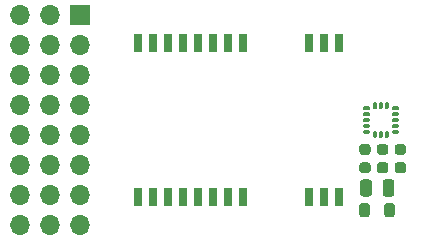
<source format=gbr>
%TF.GenerationSoftware,KiCad,Pcbnew,5.1.8-db9833491~87~ubuntu20.04.1*%
%TF.CreationDate,2020-11-23T17:04:18+01:00*%
%TF.ProjectId,rosalyn-rx,726f7361-6c79-46e2-9d72-782e6b696361,v1.0*%
%TF.SameCoordinates,Original*%
%TF.FileFunction,Soldermask,Bot*%
%TF.FilePolarity,Negative*%
%FSLAX46Y46*%
G04 Gerber Fmt 4.6, Leading zero omitted, Abs format (unit mm)*
G04 Created by KiCad (PCBNEW 5.1.8-db9833491~87~ubuntu20.04.1) date 2020-11-23 17:04:18*
%MOMM*%
%LPD*%
G01*
G04 APERTURE LIST*
%ADD10R,0.750000X1.500000*%
%ADD11O,1.700000X1.700000*%
%ADD12R,1.700000X1.700000*%
G04 APERTURE END LIST*
%TO.C,C14*%
G36*
G01*
X149190000Y-106215000D02*
X149190000Y-105265000D01*
G75*
G02*
X149440000Y-105015000I250000J0D01*
G01*
X149940000Y-105015000D01*
G75*
G02*
X150190000Y-105265000I0J-250000D01*
G01*
X150190000Y-106215000D01*
G75*
G02*
X149940000Y-106465000I-250000J0D01*
G01*
X149440000Y-106465000D01*
G75*
G02*
X149190000Y-106215000I0J250000D01*
G01*
G37*
G36*
G01*
X151090000Y-106215000D02*
X151090000Y-105265000D01*
G75*
G02*
X151340000Y-105015000I250000J0D01*
G01*
X151840000Y-105015000D01*
G75*
G02*
X152090000Y-105265000I0J-250000D01*
G01*
X152090000Y-106215000D01*
G75*
G02*
X151840000Y-106465000I-250000J0D01*
G01*
X151340000Y-106465000D01*
G75*
G02*
X151090000Y-106215000I0J250000D01*
G01*
G37*
%TD*%
%TO.C,C15*%
G36*
G01*
X150840000Y-103575000D02*
X151340000Y-103575000D01*
G75*
G02*
X151565000Y-103800000I0J-225000D01*
G01*
X151565000Y-104250000D01*
G75*
G02*
X151340000Y-104475000I-225000J0D01*
G01*
X150840000Y-104475000D01*
G75*
G02*
X150615000Y-104250000I0J225000D01*
G01*
X150615000Y-103800000D01*
G75*
G02*
X150840000Y-103575000I225000J0D01*
G01*
G37*
G36*
G01*
X150840000Y-102025000D02*
X151340000Y-102025000D01*
G75*
G02*
X151565000Y-102250000I0J-225000D01*
G01*
X151565000Y-102700000D01*
G75*
G02*
X151340000Y-102925000I-225000J0D01*
G01*
X150840000Y-102925000D01*
G75*
G02*
X150615000Y-102700000I0J225000D01*
G01*
X150615000Y-102250000D01*
G75*
G02*
X150840000Y-102025000I225000J0D01*
G01*
G37*
%TD*%
%TO.C,C6*%
G36*
G01*
X149350000Y-103575000D02*
X149850000Y-103575000D01*
G75*
G02*
X150075000Y-103800000I0J-225000D01*
G01*
X150075000Y-104250000D01*
G75*
G02*
X149850000Y-104475000I-225000J0D01*
G01*
X149350000Y-104475000D01*
G75*
G02*
X149125000Y-104250000I0J225000D01*
G01*
X149125000Y-103800000D01*
G75*
G02*
X149350000Y-103575000I225000J0D01*
G01*
G37*
G36*
G01*
X149350000Y-102025000D02*
X149850000Y-102025000D01*
G75*
G02*
X150075000Y-102250000I0J-225000D01*
G01*
X150075000Y-102700000D01*
G75*
G02*
X149850000Y-102925000I-225000J0D01*
G01*
X149350000Y-102925000D01*
G75*
G02*
X149125000Y-102700000I0J225000D01*
G01*
X149125000Y-102250000D01*
G75*
G02*
X149350000Y-102025000I225000J0D01*
G01*
G37*
%TD*%
%TO.C,FB2*%
G36*
G01*
X151245000Y-107991250D02*
X151245000Y-107228750D01*
G75*
G02*
X151463750Y-107010000I218750J0D01*
G01*
X151901250Y-107010000D01*
G75*
G02*
X152120000Y-107228750I0J-218750D01*
G01*
X152120000Y-107991250D01*
G75*
G02*
X151901250Y-108210000I-218750J0D01*
G01*
X151463750Y-108210000D01*
G75*
G02*
X151245000Y-107991250I0J218750D01*
G01*
G37*
G36*
G01*
X149120000Y-107991250D02*
X149120000Y-107228750D01*
G75*
G02*
X149338750Y-107010000I218750J0D01*
G01*
X149776250Y-107010000D01*
G75*
G02*
X149995000Y-107228750I0J-218750D01*
G01*
X149995000Y-107991250D01*
G75*
G02*
X149776250Y-108210000I-218750J0D01*
G01*
X149338750Y-108210000D01*
G75*
G02*
X149120000Y-107991250I0J218750D01*
G01*
G37*
%TD*%
D10*
%TO.C,U2*%
X147420000Y-106500000D03*
X146150000Y-106500000D03*
X144880000Y-106500000D03*
X139310000Y-106500000D03*
X138040000Y-106500000D03*
X136770000Y-106500000D03*
X135500000Y-106500000D03*
X134230000Y-106500000D03*
X132960000Y-106500000D03*
X131690000Y-106500000D03*
X130420000Y-106500000D03*
X130420000Y-93500000D03*
X131690000Y-93500000D03*
X132960000Y-93500000D03*
X134230000Y-93500000D03*
X135500000Y-93500000D03*
X136770000Y-93500000D03*
X138040000Y-93500000D03*
X139310000Y-93500000D03*
X144880000Y-93500000D03*
X146150000Y-93500000D03*
X147420000Y-93500000D03*
%TD*%
%TO.C,U6*%
G36*
G01*
X149450000Y-101087500D02*
X149450000Y-100912500D01*
G75*
G02*
X149537500Y-100825000I87500J0D01*
G01*
X149912500Y-100825000D01*
G75*
G02*
X150000000Y-100912500I0J-87500D01*
G01*
X150000000Y-101087500D01*
G75*
G02*
X149912500Y-101175000I-87500J0D01*
G01*
X149537500Y-101175000D01*
G75*
G02*
X149450000Y-101087500I0J87500D01*
G01*
G37*
G36*
G01*
X149450000Y-100587500D02*
X149450000Y-100412500D01*
G75*
G02*
X149537500Y-100325000I87500J0D01*
G01*
X149912500Y-100325000D01*
G75*
G02*
X150000000Y-100412500I0J-87500D01*
G01*
X150000000Y-100587500D01*
G75*
G02*
X149912500Y-100675000I-87500J0D01*
G01*
X149537500Y-100675000D01*
G75*
G02*
X149450000Y-100587500I0J87500D01*
G01*
G37*
G36*
G01*
X149450000Y-100087500D02*
X149450000Y-99912500D01*
G75*
G02*
X149537500Y-99825000I87500J0D01*
G01*
X149912500Y-99825000D01*
G75*
G02*
X150000000Y-99912500I0J-87500D01*
G01*
X150000000Y-100087500D01*
G75*
G02*
X149912500Y-100175000I-87500J0D01*
G01*
X149537500Y-100175000D01*
G75*
G02*
X149450000Y-100087500I0J87500D01*
G01*
G37*
G36*
G01*
X149450000Y-99587500D02*
X149450000Y-99412500D01*
G75*
G02*
X149537500Y-99325000I87500J0D01*
G01*
X149912500Y-99325000D01*
G75*
G02*
X150000000Y-99412500I0J-87500D01*
G01*
X150000000Y-99587500D01*
G75*
G02*
X149912500Y-99675000I-87500J0D01*
G01*
X149537500Y-99675000D01*
G75*
G02*
X149450000Y-99587500I0J87500D01*
G01*
G37*
G36*
G01*
X149450000Y-99087500D02*
X149450000Y-98912500D01*
G75*
G02*
X149537500Y-98825000I87500J0D01*
G01*
X149912500Y-98825000D01*
G75*
G02*
X150000000Y-98912500I0J-87500D01*
G01*
X150000000Y-99087500D01*
G75*
G02*
X149912500Y-99175000I-87500J0D01*
G01*
X149537500Y-99175000D01*
G75*
G02*
X149450000Y-99087500I0J87500D01*
G01*
G37*
G36*
G01*
X150275000Y-98962500D02*
X150275000Y-98587500D01*
G75*
G02*
X150362500Y-98500000I87500J0D01*
G01*
X150537500Y-98500000D01*
G75*
G02*
X150625000Y-98587500I0J-87500D01*
G01*
X150625000Y-98962500D01*
G75*
G02*
X150537500Y-99050000I-87500J0D01*
G01*
X150362500Y-99050000D01*
G75*
G02*
X150275000Y-98962500I0J87500D01*
G01*
G37*
G36*
G01*
X150775000Y-98962500D02*
X150775000Y-98587500D01*
G75*
G02*
X150862500Y-98500000I87500J0D01*
G01*
X151037500Y-98500000D01*
G75*
G02*
X151125000Y-98587500I0J-87500D01*
G01*
X151125000Y-98962500D01*
G75*
G02*
X151037500Y-99050000I-87500J0D01*
G01*
X150862500Y-99050000D01*
G75*
G02*
X150775000Y-98962500I0J87500D01*
G01*
G37*
G36*
G01*
X151275000Y-98962500D02*
X151275000Y-98587500D01*
G75*
G02*
X151362500Y-98500000I87500J0D01*
G01*
X151537500Y-98500000D01*
G75*
G02*
X151625000Y-98587500I0J-87500D01*
G01*
X151625000Y-98962500D01*
G75*
G02*
X151537500Y-99050000I-87500J0D01*
G01*
X151362500Y-99050000D01*
G75*
G02*
X151275000Y-98962500I0J87500D01*
G01*
G37*
G36*
G01*
X151900000Y-99087500D02*
X151900000Y-98912500D01*
G75*
G02*
X151987500Y-98825000I87500J0D01*
G01*
X152362500Y-98825000D01*
G75*
G02*
X152450000Y-98912500I0J-87500D01*
G01*
X152450000Y-99087500D01*
G75*
G02*
X152362500Y-99175000I-87500J0D01*
G01*
X151987500Y-99175000D01*
G75*
G02*
X151900000Y-99087500I0J87500D01*
G01*
G37*
G36*
G01*
X151900000Y-99587500D02*
X151900000Y-99412500D01*
G75*
G02*
X151987500Y-99325000I87500J0D01*
G01*
X152362500Y-99325000D01*
G75*
G02*
X152450000Y-99412500I0J-87500D01*
G01*
X152450000Y-99587500D01*
G75*
G02*
X152362500Y-99675000I-87500J0D01*
G01*
X151987500Y-99675000D01*
G75*
G02*
X151900000Y-99587500I0J87500D01*
G01*
G37*
G36*
G01*
X151900000Y-100087500D02*
X151900000Y-99912500D01*
G75*
G02*
X151987500Y-99825000I87500J0D01*
G01*
X152362500Y-99825000D01*
G75*
G02*
X152450000Y-99912500I0J-87500D01*
G01*
X152450000Y-100087500D01*
G75*
G02*
X152362500Y-100175000I-87500J0D01*
G01*
X151987500Y-100175000D01*
G75*
G02*
X151900000Y-100087500I0J87500D01*
G01*
G37*
G36*
G01*
X151900000Y-100587500D02*
X151900000Y-100412500D01*
G75*
G02*
X151987500Y-100325000I87500J0D01*
G01*
X152362500Y-100325000D01*
G75*
G02*
X152450000Y-100412500I0J-87500D01*
G01*
X152450000Y-100587500D01*
G75*
G02*
X152362500Y-100675000I-87500J0D01*
G01*
X151987500Y-100675000D01*
G75*
G02*
X151900000Y-100587500I0J87500D01*
G01*
G37*
G36*
G01*
X151900000Y-101087500D02*
X151900000Y-100912500D01*
G75*
G02*
X151987500Y-100825000I87500J0D01*
G01*
X152362500Y-100825000D01*
G75*
G02*
X152450000Y-100912500I0J-87500D01*
G01*
X152450000Y-101087500D01*
G75*
G02*
X152362500Y-101175000I-87500J0D01*
G01*
X151987500Y-101175000D01*
G75*
G02*
X151900000Y-101087500I0J87500D01*
G01*
G37*
G36*
G01*
X151275000Y-101412500D02*
X151275000Y-101037500D01*
G75*
G02*
X151362500Y-100950000I87500J0D01*
G01*
X151537500Y-100950000D01*
G75*
G02*
X151625000Y-101037500I0J-87500D01*
G01*
X151625000Y-101412500D01*
G75*
G02*
X151537500Y-101500000I-87500J0D01*
G01*
X151362500Y-101500000D01*
G75*
G02*
X151275000Y-101412500I0J87500D01*
G01*
G37*
G36*
G01*
X150775000Y-101412500D02*
X150775000Y-101037500D01*
G75*
G02*
X150862500Y-100950000I87500J0D01*
G01*
X151037500Y-100950000D01*
G75*
G02*
X151125000Y-101037500I0J-87500D01*
G01*
X151125000Y-101412500D01*
G75*
G02*
X151037500Y-101500000I-87500J0D01*
G01*
X150862500Y-101500000D01*
G75*
G02*
X150775000Y-101412500I0J87500D01*
G01*
G37*
G36*
G01*
X150275000Y-101412500D02*
X150275000Y-101037500D01*
G75*
G02*
X150362500Y-100950000I87500J0D01*
G01*
X150537500Y-100950000D01*
G75*
G02*
X150625000Y-101037500I0J-87500D01*
G01*
X150625000Y-101412500D01*
G75*
G02*
X150537500Y-101500000I-87500J0D01*
G01*
X150362500Y-101500000D01*
G75*
G02*
X150275000Y-101412500I0J87500D01*
G01*
G37*
%TD*%
D11*
%TO.C,J4*%
X120410000Y-108890000D03*
X120410000Y-91110000D03*
X120410000Y-106350000D03*
X120410000Y-103810000D03*
X120410000Y-101270000D03*
X120410000Y-98730000D03*
X120410000Y-96190000D03*
X120410000Y-93650000D03*
X122950000Y-91110000D03*
X122950000Y-93650000D03*
X122950000Y-96190000D03*
X122950000Y-98730000D03*
X122950000Y-101270000D03*
X122950000Y-103810000D03*
X122950000Y-106350000D03*
X122950000Y-108890000D03*
D12*
X125490000Y-91110000D03*
D11*
X125490000Y-93650000D03*
X125490000Y-96190000D03*
X125490000Y-98730000D03*
X125490000Y-101270000D03*
X125490000Y-103810000D03*
X125490000Y-106350000D03*
X125490000Y-108890000D03*
%TD*%
%TO.C,C13*%
G36*
G01*
X152350000Y-102025000D02*
X152850000Y-102025000D01*
G75*
G02*
X153075000Y-102250000I0J-225000D01*
G01*
X153075000Y-102700000D01*
G75*
G02*
X152850000Y-102925000I-225000J0D01*
G01*
X152350000Y-102925000D01*
G75*
G02*
X152125000Y-102700000I0J225000D01*
G01*
X152125000Y-102250000D01*
G75*
G02*
X152350000Y-102025000I225000J0D01*
G01*
G37*
G36*
G01*
X152350000Y-103575000D02*
X152850000Y-103575000D01*
G75*
G02*
X153075000Y-103800000I0J-225000D01*
G01*
X153075000Y-104250000D01*
G75*
G02*
X152850000Y-104475000I-225000J0D01*
G01*
X152350000Y-104475000D01*
G75*
G02*
X152125000Y-104250000I0J225000D01*
G01*
X152125000Y-103800000D01*
G75*
G02*
X152350000Y-103575000I225000J0D01*
G01*
G37*
%TD*%
M02*

</source>
